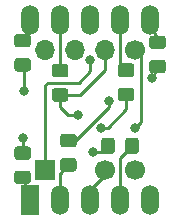
<source format=gbr>
%TF.GenerationSoftware,KiCad,Pcbnew,5.1.9+dfsg1-1+deb11u1*%
%TF.CreationDate,2024-08-22T01:22:46-07:00*%
%TF.ProjectId,micro7Decoder,6d696372-6f37-4446-9563-6f6465722e6b,rev?*%
%TF.SameCoordinates,Original*%
%TF.FileFunction,Copper,L1,Top*%
%TF.FilePolarity,Positive*%
%FSLAX46Y46*%
G04 Gerber Fmt 4.6, Leading zero omitted, Abs format (unit mm)*
G04 Created by KiCad (PCBNEW 5.1.9+dfsg1-1+deb11u1) date 2024-08-22 01:22:46*
%MOMM*%
%LPD*%
G01*
G04 APERTURE LIST*
%TA.AperFunction,ComponentPad*%
%ADD10C,1.700000*%
%TD*%
%TA.AperFunction,ComponentPad*%
%ADD11O,1.700000X1.700000*%
%TD*%
%TA.AperFunction,ComponentPad*%
%ADD12R,1.700000X1.700000*%
%TD*%
%TA.AperFunction,ComponentPad*%
%ADD13R,1.524000X2.524000*%
%TD*%
%TA.AperFunction,ComponentPad*%
%ADD14O,1.524000X2.524000*%
%TD*%
%TA.AperFunction,ViaPad*%
%ADD15C,0.800000*%
%TD*%
%TA.AperFunction,Conductor*%
%ADD16C,0.250000*%
%TD*%
G04 APERTURE END LIST*
D10*
%TO.P,J4,1*%
%TO.N,Net-(AFF1-Pad3)*%
X146050000Y-78740000D03*
%TD*%
%TO.P,R7,2*%
%TO.N,Net-(D5-Pad1)*%
%TA.AperFunction,SMDPad,CuDef*%
G36*
G01*
X138614999Y-69275000D02*
X139515001Y-69275000D01*
G75*
G02*
X139765000Y-69524999I0J-249999D01*
G01*
X139765000Y-70175001D01*
G75*
G02*
X139515001Y-70425000I-249999J0D01*
G01*
X138614999Y-70425000D01*
G75*
G02*
X138365000Y-70175001I0J249999D01*
G01*
X138365000Y-69524999D01*
G75*
G02*
X138614999Y-69275000I249999J0D01*
G01*
G37*
%TD.AperFunction*%
%TO.P,R7,1*%
%TO.N,Net-(AFF1-Pad10)*%
%TA.AperFunction,SMDPad,CuDef*%
G36*
G01*
X138614999Y-67225000D02*
X139515001Y-67225000D01*
G75*
G02*
X139765000Y-67474999I0J-249999D01*
G01*
X139765000Y-68125001D01*
G75*
G02*
X139515001Y-68375000I-249999J0D01*
G01*
X138614999Y-68375000D01*
G75*
G02*
X138365000Y-68125001I0J249999D01*
G01*
X138365000Y-67474999D01*
G75*
G02*
X138614999Y-67225000I249999J0D01*
G01*
G37*
%TD.AperFunction*%
%TD*%
%TO.P,R6,2*%
%TO.N,Net-(D3-Pad2)*%
%TA.AperFunction,SMDPad,CuDef*%
G36*
G01*
X141789999Y-71815000D02*
X142690001Y-71815000D01*
G75*
G02*
X142940000Y-72064999I0J-249999D01*
G01*
X142940000Y-72715001D01*
G75*
G02*
X142690001Y-72965000I-249999J0D01*
G01*
X141789999Y-72965000D01*
G75*
G02*
X141540000Y-72715001I0J249999D01*
G01*
X141540000Y-72064999D01*
G75*
G02*
X141789999Y-71815000I249999J0D01*
G01*
G37*
%TD.AperFunction*%
%TO.P,R6,1*%
%TO.N,Net-(AFF1-Pad9)*%
%TA.AperFunction,SMDPad,CuDef*%
G36*
G01*
X141789999Y-69765000D02*
X142690001Y-69765000D01*
G75*
G02*
X142940000Y-70014999I0J-249999D01*
G01*
X142940000Y-70665001D01*
G75*
G02*
X142690001Y-70915000I-249999J0D01*
G01*
X141789999Y-70915000D01*
G75*
G02*
X141540000Y-70665001I0J249999D01*
G01*
X141540000Y-70014999D01*
G75*
G02*
X141789999Y-69765000I249999J0D01*
G01*
G37*
%TD.AperFunction*%
%TD*%
%TO.P,R5,2*%
%TO.N,Net-(D4-Pad1)*%
%TA.AperFunction,SMDPad,CuDef*%
G36*
G01*
X139515001Y-77900000D02*
X138614999Y-77900000D01*
G75*
G02*
X138365000Y-77650001I0J249999D01*
G01*
X138365000Y-76999999D01*
G75*
G02*
X138614999Y-76750000I249999J0D01*
G01*
X139515001Y-76750000D01*
G75*
G02*
X139765000Y-76999999I0J-249999D01*
G01*
X139765000Y-77650001D01*
G75*
G02*
X139515001Y-77900000I-249999J0D01*
G01*
G37*
%TD.AperFunction*%
%TO.P,R5,1*%
%TO.N,Net-(AFF1-Pad1)*%
%TA.AperFunction,SMDPad,CuDef*%
G36*
G01*
X139515001Y-79950000D02*
X138614999Y-79950000D01*
G75*
G02*
X138365000Y-79700001I0J249999D01*
G01*
X138365000Y-79049999D01*
G75*
G02*
X138614999Y-78800000I249999J0D01*
G01*
X139515001Y-78800000D01*
G75*
G02*
X139765000Y-79049999I0J-249999D01*
G01*
X139765000Y-79700001D01*
G75*
G02*
X139515001Y-79950000I-249999J0D01*
G01*
G37*
%TD.AperFunction*%
%TD*%
%TO.P,R4,2*%
%TO.N,Net-(D4-Pad3)*%
%TA.AperFunction,SMDPad,CuDef*%
G36*
G01*
X143388501Y-76838500D02*
X142488499Y-76838500D01*
G75*
G02*
X142238500Y-76588501I0J249999D01*
G01*
X142238500Y-75938499D01*
G75*
G02*
X142488499Y-75688500I249999J0D01*
G01*
X143388501Y-75688500D01*
G75*
G02*
X143638500Y-75938499I0J-249999D01*
G01*
X143638500Y-76588501D01*
G75*
G02*
X143388501Y-76838500I-249999J0D01*
G01*
G37*
%TD.AperFunction*%
%TO.P,R4,1*%
%TO.N,Net-(AFF1-Pad2)*%
%TA.AperFunction,SMDPad,CuDef*%
G36*
G01*
X143388501Y-78888500D02*
X142488499Y-78888500D01*
G75*
G02*
X142238500Y-78638501I0J249999D01*
G01*
X142238500Y-77988499D01*
G75*
G02*
X142488499Y-77738500I249999J0D01*
G01*
X143388501Y-77738500D01*
G75*
G02*
X143638500Y-77988499I0J-249999D01*
G01*
X143638500Y-78638501D01*
G75*
G02*
X143388501Y-78888500I-249999J0D01*
G01*
G37*
%TD.AperFunction*%
%TD*%
%TO.P,R3,2*%
%TO.N,Net-(D3-Pad1)*%
%TA.AperFunction,SMDPad,CuDef*%
G36*
G01*
X146861000Y-76257999D02*
X146861000Y-77158001D01*
G75*
G02*
X146611001Y-77408000I-249999J0D01*
G01*
X145960999Y-77408000D01*
G75*
G02*
X145711000Y-77158001I0J249999D01*
G01*
X145711000Y-76257999D01*
G75*
G02*
X145960999Y-76008000I249999J0D01*
G01*
X146611001Y-76008000D01*
G75*
G02*
X146861000Y-76257999I0J-249999D01*
G01*
G37*
%TD.AperFunction*%
%TO.P,R3,1*%
%TO.N,Net-(AFF1-Pad4)*%
%TA.AperFunction,SMDPad,CuDef*%
G36*
G01*
X148911000Y-76257999D02*
X148911000Y-77158001D01*
G75*
G02*
X148661001Y-77408000I-249999J0D01*
G01*
X148010999Y-77408000D01*
G75*
G02*
X147761000Y-77158001I0J249999D01*
G01*
X147761000Y-76257999D01*
G75*
G02*
X148010999Y-76008000I249999J0D01*
G01*
X148661001Y-76008000D01*
G75*
G02*
X148911000Y-76257999I0J-249999D01*
G01*
G37*
%TD.AperFunction*%
%TD*%
%TO.P,R2,2*%
%TO.N,Net-(D2-Pad1)*%
%TA.AperFunction,SMDPad,CuDef*%
G36*
G01*
X150044999Y-69420000D02*
X150945001Y-69420000D01*
G75*
G02*
X151195000Y-69669999I0J-249999D01*
G01*
X151195000Y-70320001D01*
G75*
G02*
X150945001Y-70570000I-249999J0D01*
G01*
X150044999Y-70570000D01*
G75*
G02*
X149795000Y-70320001I0J249999D01*
G01*
X149795000Y-69669999D01*
G75*
G02*
X150044999Y-69420000I249999J0D01*
G01*
G37*
%TD.AperFunction*%
%TO.P,R2,1*%
%TO.N,Net-(AFF1-Pad6)*%
%TA.AperFunction,SMDPad,CuDef*%
G36*
G01*
X150044999Y-67370000D02*
X150945001Y-67370000D01*
G75*
G02*
X151195000Y-67619999I0J-249999D01*
G01*
X151195000Y-68270001D01*
G75*
G02*
X150945001Y-68520000I-249999J0D01*
G01*
X150044999Y-68520000D01*
G75*
G02*
X149795000Y-68270001I0J249999D01*
G01*
X149795000Y-67619999D01*
G75*
G02*
X150044999Y-67370000I249999J0D01*
G01*
G37*
%TD.AperFunction*%
%TD*%
%TO.P,R1,2*%
%TO.N,Net-(D1-Pad3)*%
%TA.AperFunction,SMDPad,CuDef*%
G36*
G01*
X147377999Y-71782200D02*
X148278001Y-71782200D01*
G75*
G02*
X148528000Y-72032199I0J-249999D01*
G01*
X148528000Y-72682201D01*
G75*
G02*
X148278001Y-72932200I-249999J0D01*
G01*
X147377999Y-72932200D01*
G75*
G02*
X147128000Y-72682201I0J249999D01*
G01*
X147128000Y-72032199D01*
G75*
G02*
X147377999Y-71782200I249999J0D01*
G01*
G37*
%TD.AperFunction*%
%TO.P,R1,1*%
%TO.N,Net-(AFF1-Pad7)*%
%TA.AperFunction,SMDPad,CuDef*%
G36*
G01*
X147377999Y-69732200D02*
X148278001Y-69732200D01*
G75*
G02*
X148528000Y-69982199I0J-249999D01*
G01*
X148528000Y-70632201D01*
G75*
G02*
X148278001Y-70882200I-249999J0D01*
G01*
X147377999Y-70882200D01*
G75*
G02*
X147128000Y-70632201I0J249999D01*
G01*
X147128000Y-69982199D01*
G75*
G02*
X147377999Y-69732200I249999J0D01*
G01*
G37*
%TD.AperFunction*%
%TD*%
D11*
%TO.P,J3,4*%
%TO.N,Net-(D4-Pad1)*%
X140970000Y-68580000D03*
%TO.P,J3,3*%
%TO.N,Net-(D1-Pad2)*%
X143510000Y-68580000D03*
%TO.P,J3,2*%
%TO.N,Net-(D3-Pad2)*%
X146050000Y-68580000D03*
D10*
%TO.P,J3,1*%
%TO.N,Net-(D1-Pad1)*%
X148590000Y-68580000D03*
%TD*%
D12*
%TO.P,J2,1*%
%TO.N,Net-(J2-Pad1)*%
X140970000Y-78740000D03*
%TD*%
D10*
%TO.P,J1,1*%
%TO.N,Net-(J1-Pad1)*%
X148590000Y-78740000D03*
%TD*%
D13*
%TO.P,AFF1,1*%
%TO.N,Net-(AFF1-Pad1)*%
X139700000Y-81280000D03*
D14*
%TO.P,AFF1,2*%
%TO.N,Net-(AFF1-Pad2)*%
X142240000Y-81280000D03*
%TO.P,AFF1,3*%
%TO.N,Net-(AFF1-Pad3)*%
X144780000Y-81280000D03*
%TO.P,AFF1,4*%
%TO.N,Net-(AFF1-Pad4)*%
X147320000Y-81280000D03*
%TO.P,AFF1,5*%
%TO.N,Net-(AFF1-Pad5)*%
X149860000Y-81280000D03*
%TO.P,AFF1,6*%
%TO.N,Net-(AFF1-Pad6)*%
X149860000Y-66040000D03*
%TO.P,AFF1,7*%
%TO.N,Net-(AFF1-Pad7)*%
X147320000Y-66040000D03*
%TO.P,AFF1,8*%
%TO.N,Net-(AFF1-Pad8)*%
X144780000Y-66040000D03*
%TO.P,AFF1,9*%
%TO.N,Net-(AFF1-Pad9)*%
X142240000Y-66040000D03*
%TO.P,AFF1,10*%
%TO.N,Net-(AFF1-Pad10)*%
X139700000Y-66040000D03*
%TD*%
D15*
%TO.N,Net-(D1-Pad3)*%
X145732500Y-75184000D03*
%TO.N,Net-(D1-Pad1)*%
X148590000Y-75184000D03*
%TO.N,Net-(D2-Pad1)*%
X150050500Y-70993000D03*
%TO.N,Net-(D3-Pad2)*%
X143764000Y-74104500D03*
%TO.N,Net-(D3-Pad1)*%
X145034000Y-77216000D03*
%TO.N,Net-(D4-Pad3)*%
X146354800Y-72948800D03*
%TO.N,Net-(D4-Pad1)*%
X139065000Y-76009500D03*
%TO.N,Net-(D5-Pad1)*%
X139192000Y-72085200D03*
%TO.N,Net-(J2-Pad1)*%
X144780000Y-69443600D03*
%TD*%
D16*
%TO.N,Net-(AFF1-Pad1)*%
X139065000Y-79375000D02*
X139700000Y-81280000D01*
%TO.N,Net-(AFF1-Pad2)*%
X142189200Y-79062800D02*
X142938500Y-78313500D01*
X142189200Y-81229200D02*
X142189200Y-79062800D01*
X142240000Y-81280000D02*
X142189200Y-81229200D01*
%TO.N,Net-(AFF1-Pad3)*%
X144780000Y-80433334D02*
X144780000Y-81280000D01*
X146050000Y-79163334D02*
X144780000Y-80433334D01*
X146050000Y-78740000D02*
X146050000Y-79163334D01*
%TO.N,Net-(AFF1-Pad4)*%
X147320000Y-77724000D02*
X148336000Y-76708000D01*
X147320000Y-81280000D02*
X147320000Y-77724000D01*
%TO.N,Net-(AFF1-Pad6)*%
X149860000Y-66040000D02*
X150495000Y-67945000D01*
%TO.N,Net-(AFF1-Pad7)*%
X147320000Y-69799200D02*
X147320000Y-66040000D01*
X147828000Y-70307200D02*
X147320000Y-69799200D01*
%TO.N,Net-(AFF1-Pad9)*%
X142240000Y-70340000D02*
X142240000Y-66040000D01*
%TO.N,Net-(AFF1-Pad10)*%
X139700000Y-66040000D02*
X139065000Y-67800000D01*
%TO.N,Net-(D1-Pad3)*%
X146253200Y-75184000D02*
X145732500Y-75184000D01*
X147828000Y-73609200D02*
X146253200Y-75184000D01*
X147828000Y-72357200D02*
X147828000Y-73609200D01*
%TO.N,Net-(D1-Pad1)*%
X149098000Y-69088000D02*
X148590000Y-68580000D01*
X149098000Y-74676000D02*
X149098000Y-69088000D01*
X148590000Y-75184000D02*
X149098000Y-74676000D01*
%TO.N,Net-(D2-Pad1)*%
X150050500Y-70993000D02*
X150495000Y-69995000D01*
%TO.N,Net-(D3-Pad2)*%
X146050000Y-70256400D02*
X146050000Y-68580000D01*
X143916400Y-72390000D02*
X146050000Y-70256400D01*
X142240000Y-72390000D02*
X143916400Y-72390000D01*
X142240000Y-73456800D02*
X142240000Y-72390000D01*
X142887700Y-74104500D02*
X142240000Y-73456800D01*
X143764000Y-74104500D02*
X142887700Y-74104500D01*
%TO.N,Net-(D3-Pad1)*%
X145778000Y-77216000D02*
X146286000Y-76708000D01*
X145034000Y-77216000D02*
X145778000Y-77216000D01*
%TO.N,Net-(D4-Pad3)*%
X143497300Y-76263500D02*
X142938500Y-76263500D01*
X146354800Y-73406000D02*
X143497300Y-76263500D01*
X146354800Y-72948800D02*
X146354800Y-73406000D01*
%TO.N,Net-(D4-Pad1)*%
X139065000Y-77325000D02*
X139065000Y-76009500D01*
%TO.N,Net-(D5-Pad1)*%
X139192000Y-69977000D02*
X139065000Y-69850000D01*
X139192000Y-72085200D02*
X139192000Y-69977000D01*
%TO.N,Net-(J2-Pad1)*%
X140970000Y-71577200D02*
X140970000Y-78740000D01*
X141173200Y-71374000D02*
X140970000Y-71577200D01*
X143814800Y-71374000D02*
X141173200Y-71374000D01*
X144780000Y-70408800D02*
X143814800Y-71374000D01*
X144780000Y-69443600D02*
X144780000Y-70408800D01*
%TD*%
M02*

</source>
